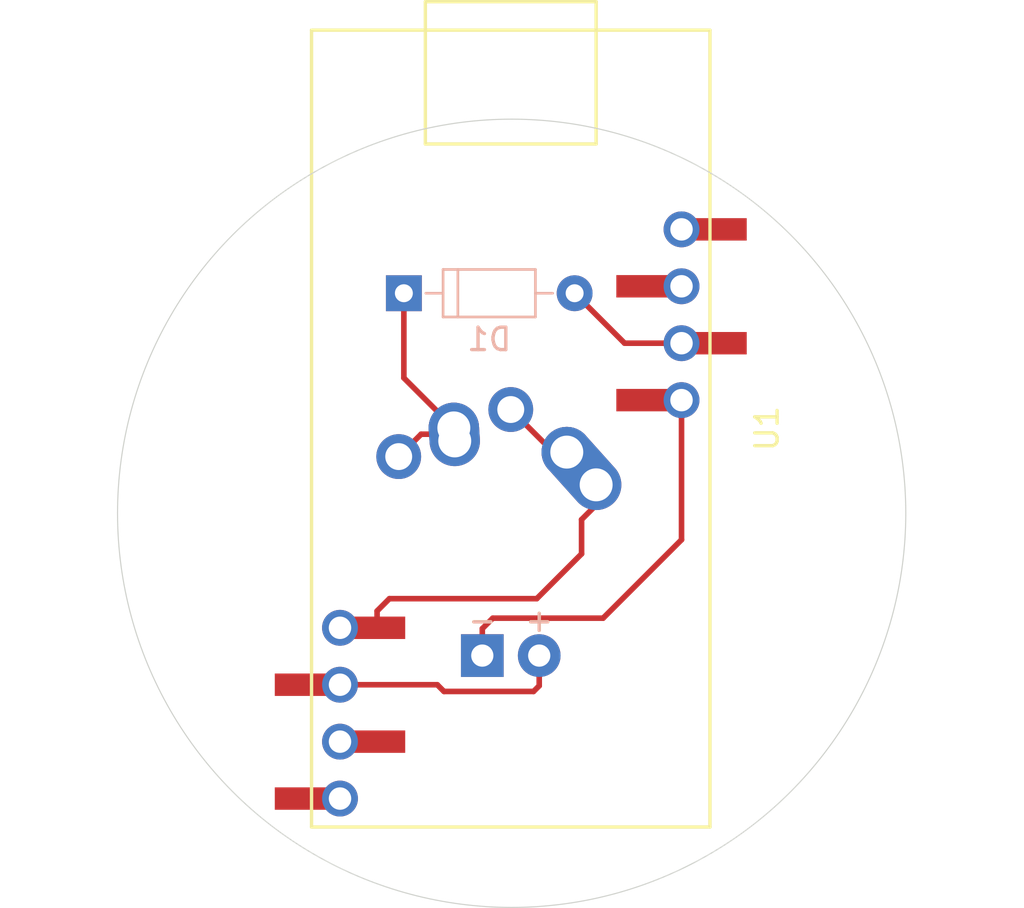
<source format=kicad_pcb>
(kicad_pcb (version 20221018) (generator pcbnew)
  (layers (0 "F.Cu" signal) (31 "B.Cu" signal) (34 "B.Paste" user) (35 "F.Paste" user) (36 "B.SilkS" user "B.Silkscreen") (37 "F.SilkS" user "F.Silkscreen") (38 "B.Mask" user) (39 "F.Mask" user) (44 "Edge.Cuts" user))
  (net 0 "")
  (net 1 "Net-(D1-Pad2)")
  (net 2 "Net-(D1-Pad1)")
  (net 3 "Net-(SW1-Pad1)")
  (net 4 "Net-(SW1-Pad3)")
  (net 5 "Net-(SW1-Pad4)")
  (net 6 "Net-(U1-Pad29)")
  (net 7 "Net-(U1-Pad30)")
  (net 8 "Net-(U1-Pad14)")
  (net 9 "Net-(U1-Pad13)")
  (footprint "chillpizza:Teensy30_31_32_LC_smt_combi" (layer "F.Cu") (at 142.81 73.55 -90)
    (fp_text reference "U1" (at 0 -11.43 90) (layer "F.SilkS"))
    (fp_text value "Teensy3.2")
    (fp_line (start -19.05 -3.81) (end -17.78 -3.81) (stroke (width 0.15)) (layer "F.SilkS"))
    (fp_line (start -19.05 3.81) (end -19.05 -3.81) (stroke (width 0.15)) (layer "F.SilkS"))
    (fp_line (start -17.78 -8.89) (end 17.78 -8.89) (stroke (width 0.15)) (layer "F.SilkS"))
    (fp_line (start -17.78 3.81) (end -19.05 3.81) (stroke (width 0.15)) (layer "F.SilkS"))
    (fp_line (start -17.78 8.89) (end -17.78 -8.89) (stroke (width 0.15)) (layer "F.SilkS"))
    (fp_line (start -12.7 -3.81) (end -17.78 -3.81) (stroke (width 0.15)) (layer "F.SilkS"))
    (fp_line (start -12.7 3.81) (end -17.78 3.81) (stroke (width 0.15)) (layer "F.SilkS"))
    (fp_line (start -12.7 3.81) (end -12.7 -3.81) (stroke (width 0.15)) (layer "F.SilkS"))
    (fp_line (start 17.78 -8.89) (end 17.78 8.89) (stroke (width 0.15)) (layer "F.SilkS"))
    (fp_line (start 17.78 8.89) (end -17.78 8.89) (stroke (width 0.15)) (layer "F.SilkS"))
    (pad "11" smd rect (at 8.89 5.965 270) (size 1 2.51) (layers "F.Cu" "F.Paste" "F.Mask") (net 3 "Net-(SW1-Pad1)"))
    (pad "11" thru_hole circle (at 8.89 7.62 270) (size 1.6 1.6) (drill 1) (layers "*.Cu" "*.Mask") (net 3 "Net-(SW1-Pad1)"))
    (pad "12" thru_hole circle (at 11.43 7.62 270) (size 1.6 1.6) (drill 1) (layers "*.Cu" "*.Mask") (net 4 "Net-(SW1-Pad3)"))
    (pad "12" smd rect (at 11.43 9.275 270) (size 1 2.51) (layers "F.Cu" "F.Paste" "F.Mask") (net 4 "Net-(SW1-Pad3)"))
    (pad "13" smd rect (at 13.97 5.965 270) (size 1 2.51) (layers "F.Cu" "F.Paste" "F.Mask") (net 9 "Net-(U1-Pad13)"))
    (pad "13" thru_hole circle (at 13.97 7.62 270) (size 1.6 1.6) (drill 1) (layers "*.Cu" "*.Mask") (net 9 "Net-(U1-Pad13)"))
    (pad "14" thru_hole circle (at 16.51 7.62 270) (size 1.6 1.6) (drill 1) (layers "*.Cu" "*.Mask") (net 8 "Net-(U1-Pad14)"))
    (pad "14" smd rect (at 16.51 9.275 270) (size 1 2.51) (layers "F.Cu" "F.Paste" "F.Mask") (net 8 "Net-(U1-Pad14)"))
    (pad "27" thru_hole circle (at -1.27 -7.62 270) (size 1.6 1.6) (drill 1) (layers "*.Cu" "*.Mask") (net 5 "Net-(SW1-Pad4)"))
    (pad "27" smd rect (at -1.27 -5.965 270) (size 1 2.51) (layers "F.Cu" "F.Paste" "F.Mask") (net 5 "Net-(SW1-Pad4)"))
    (pad "28" smd rect (at -3.81 -9.275 270) (size 1 2.51) (layers "F.Cu" "F.Paste" "F.Mask") (net 1 "Net-(D1-Pad2)"))
    (pad "28" thru_hole circle (at -3.81 -7.62 270) (size 1.6 1.6) (drill 1) (layers "*.Cu" "*.Mask") (net 1 "Net-(D1-Pad2)"))
    (pad "29" thru_hole circle (at -6.35 -7.62 270) (size 1.6 1.6) (drill 1) (layers "*.Cu" "*.Mask") (net 6 "Net-(U1-Pad29)"))
    (pad "29" smd rect (at -6.35 -5.965 270) (size 1 2.51) (layers "F.Cu" "F.Paste" "F.Mask") (net 6 "Net-(U1-Pad29)"))
    (pad "30" smd rect (at -8.89 -9.275 270) (size 1 2.51) (layers "F.Cu" "F.Paste" "F.Mask") (net 7 "Net-(U1-Pad30)"))
    (pad "30" thru_hole circle (at -8.89 -7.62 270) (size 1.6 1.6) (drill 1) (layers "*.Cu" "*.Mask") (net 7 "Net-(U1-Pad30)"))
  )
  (footprint "Mounting_Holes:MountingHole_2.2mm_M2" (layer "F.Cu") (at 129.5 70.5)
    (fp_text reference "REF**" hide)
    (fp_text value "MountingHole_2.2mm_M2")
    (pad "" np_thru_hole circle (at 0 0) (size 2.2 2.2) (drill 2.2) (layers "*.Cu" "*.Mask"))
  )
  (footprint "Mounting_Holes:MountingHole_2.2mm_M2" (layer "F.Cu") (at 129.5 84)
    (fp_text reference "REF**" hide)
    (fp_text value "MountingHole_2.2mm_M2")
    (pad "" np_thru_hole circle (at 0 0) (size 2.2 2.2) (drill 2.2) (layers "*.Cu" "*.Mask"))
  )
  (footprint "Mounting_Holes:MountingHole_2.2mm_M2" (layer "F.Cu") (at 156.25 84)
    (fp_text reference "REF**" hide)
    (fp_text value "MountingHole_2.2mm_M2")
    (pad "" np_thru_hole circle (at 0 0) (size 2.2 2.2) (drill 2.2) (layers "*.Cu" "*.Mask"))
  )
  (footprint "Mounting_Holes:MountingHole_2.2mm_M2" (layer "F.Cu") (at 156.25 70.5)
    (fp_text reference "REF**" hide)
    (fp_text value "MountingHole_2.2mm_M2")
    (pad "" np_thru_hole circle (at 0 0) (size 2.2 2.2) (drill 2.2) (layers "*.Cu" "*.Mask"))
  )
  (footprint "Diodes_THT:D_DO-35_SOD27_P7.62mm_Horizontal" (layer "B.Cu") (at 138.04 67.51)
    (fp_text reference "D1" (at 3.81 2.06) (layer "B.SilkS") (effects (justify mirror)))
    (fp_text value "D")
    (fp_line (start 0.98 0) (end 1.75 0) (stroke (width 0.12)) (layer "B.SilkS"))
    (fp_line (start 1.75 -1.06) (end 5.87 -1.06) (stroke (width 0.12)) (layer "B.SilkS"))
    (fp_line (start 1.75 1.06) (end 1.75 -1.06) (stroke (width 0.12)) (layer "B.SilkS"))
    (fp_line (start 2.41 1.06) (end 2.41 -1.06) (stroke (width 0.12)) (layer "B.SilkS"))
    (fp_line (start 5.87 -1.06) (end 5.87 1.06) (stroke (width 0.12)) (layer "B.SilkS"))
    (fp_line (start 5.87 1.06) (end 1.75 1.06) (stroke (width 0.12)) (layer "B.SilkS"))
    (fp_line (start 6.64 0) (end 5.87 0) (stroke (width 0.12)) (layer "B.SilkS"))
    (pad "1" thru_hole rect (at 0 0) (size 1.6 1.6) (drill 0.8) (layers "*.Cu" "*.Mask") (net 2 "Net-(D1-Pad1)"))
    (pad "2" thru_hole oval (at 7.62 0) (size 1.6 1.6) (drill 0.8) (layers "*.Cu" "*.Mask") (net 1 "Net-(D1-Pad2)"))
  )
  (footprint "keebio:MX-Alps-Choc-1U" (layer "B.Cu") (at 142.81 78.6 180)
    (fp_text reference "SW1")
    (fp_text value "MX-with-LED")
    (fp_text user "+" (at -1.27 -3.5) (layer "B.SilkS") (effects (justify mirror)))
    (fp_text user "-" (at 1.27 -3.5) (layer "B.SilkS") (effects (justify mirror)))
    (fp_text user "-" (at 1.27 -3.5) (layer "F.SilkS"))
    (fp_text user "+" (at -1.27 -3.5) (layer "F.SilkS"))
    (pad "" np_thru_hole circle (at -5.5 0 131.9) (size 1.7 1.7) (drill 1.7) (layers "*.Cu" "*.Mask"))
    (pad "" np_thru_hole circle (at -5.22 -4.2 131.9) (size 0.8 0.8) (drill 0.8) (layers "*.Cu" "*.Mask"))
    (pad "" np_thru_hole circle (at -5.08 0 131.9004) (size 1.75 1.75) (drill 1.75) (layers "*.Cu" "*.Mask"))
    (pad "" np_thru_hole circle (at 0 0 180) (size 3.9878 3.9878) (drill 3.9878) (layers "*.Cu" "*.Mask"))
    (pad "" np_thru_hole circle (at 5.08 0 131.9004) (size 1.75 1.75) (drill 1.75) (layers "*.Cu" "*.Mask"))
    (pad "" np_thru_hole circle (at 5.5 0 131.9) (size 1.7 1.7) (drill 1.7) (layers "*.Cu" "*.Mask"))
    (pad "1" thru_hole oval (at -3.81 2.54 131.9) (size 4.211556 2.25) (drill 1.47 (offset 0.980778 0)) (layers "*.Cu" "*.Mask") (net 3 "Net-(SW1-Pad1)"))
    (pad "1" thru_hole circle (at -2.5 4 180) (size 2.25 2.25) (drill 1.47) (layers "*.Cu" "*.Mask") (net 3 "Net-(SW1-Pad1)"))
    (pad "1" thru_hole circle (at 0 5.9 180) (size 2 2) (drill 1.2) (layers "*.Cu" "*.Mask") (net 3 "Net-(SW1-Pad1)"))
    (pad "2" thru_hole oval (at 2.5 4.5 93.9) (size 2.831378 2.25) (drill 1.47 (offset 0.290689 0)) (layers "*.Cu" "*.Mask") (net 2 "Net-(D1-Pad1)"))
    (pad "2" thru_hole circle (at 2.54 5.08 180) (size 2.25 2.25) (drill 1.47) (layers "*.Cu" "*.Mask") (net 2 "Net-(D1-Pad1)"))
    (pad "2" thru_hole circle (at 5 3.8 180) (size 2 2) (drill 1.2) (layers "*.Cu" "*.Mask") (net 2 "Net-(D1-Pad1)"))
    (pad "3" thru_hole circle (at -1.27 -5.08 180) (size 1.905 1.905) (drill 0.9906) (layers "*.Cu" "*.Mask") (net 4 "Net-(SW1-Pad3)"))
    (pad "4" thru_hole rect (at 1.27 -5.08 180) (size 1.905 1.905) (drill 0.9906) (layers "*.Cu" "*.Mask") (net 5 "Net-(SW1-Pad4)"))
  )
  (gr_circle (center 142.85 77.33) (end 158.98 70.32) (stroke (width 0.05)) (fill none) (layer "Edge.Cuts"))
  (segment (start 150.43 69.74) (end 147.89 69.74) (width 0.25) (layer "F.Cu") (net 1))
  (segment (start 147.89 69.74) (end 145.66 67.51) (width 0.25) (layer "F.Cu") (net 1))
  (segment (start 137.81 74.8) (end 138.809999 73.800001) (width 0.25) (layer "F.Cu") (net 2))
  (segment (start 138.809999 73.800001) (end 139.989999 73.800001) (width 0.25) (layer "F.Cu") (net 2))
  (segment (start 138.04 67.51) (end 138.04 71.29) (width 0.25) (layer "F.Cu") (net 2))
  (segment (start 138.04 71.29) (end 140.27 73.52) (width 0.25) (layer "F.Cu") (net 2))
  (segment (start 139.989999 73.800001) (end 140.27 73.52) (width 0.25) (layer "F.Cu") (net 2))
  (segment (start 136.845 81.69) (end 136.845 82.44) (width 0.25) (layer "F.Cu") (net 3))
  (segment (start 146.62 76.96) (end 145.97 77.61) (width 0.25) (layer "F.Cu") (net 3))
  (segment (start 146.62 76.06) (end 146.62 76.96) (width 0.25) (layer "F.Cu") (net 3))
  (segment (start 145.97 79.14) (end 143.97 81.14) (width 0.25) (layer "F.Cu") (net 3))
  (segment (start 146.62 76.06) (end 146.17 76.06) (width 0.25) (layer "F.Cu") (net 3))
  (segment (start 137.395 81.14) (end 136.845 81.69) (width 0.25) (layer "F.Cu") (net 3))
  (segment (start 146.17 76.06) (end 142.81 72.7) (width 0.25) (layer "F.Cu") (net 3))
  (segment (start 143.97 81.14) (end 137.395 81.14) (width 0.25) (layer "F.Cu") (net 3))
  (segment (start 145.97 77.61) (end 145.97 79.14) (width 0.25) (layer "F.Cu") (net 3))
  (segment (start 143.827038 85.28) (end 139.83 85.28) (width 0.25) (layer "F.Cu") (net 4))
  (segment (start 139.83 85.28) (end 139.53 84.98) (width 0.25) (layer "F.Cu") (net 4))
  (segment (start 144.08 85.027038) (end 143.827038 85.28) (width 0.25) (layer "F.Cu") (net 4))
  (segment (start 139.53 84.98) (end 135.19 84.98) (width 0.25) (layer "F.Cu") (net 4))
  (segment (start 144.08 83.68) (end 144.08 85.027038) (width 0.25) (layer "F.Cu") (net 4))
  (segment (start 150.43 72.28) (end 150.43 78.51) (width 0.25) (layer "F.Cu") (net 5))
  (segment (start 141.54 82.4775) (end 141.54 83.68) (width 0.25) (layer "F.Cu") (net 5))
  (segment (start 142.0075 82.01) (end 141.54 82.4775) (width 0.25) (layer "F.Cu") (net 5))
  (segment (start 146.93 82.01) (end 142.0075 82.01) (width 0.25) (layer "F.Cu") (net 5))
  (segment (start 150.43 78.51) (end 146.93 82.01) (width 0.25) (layer "F.Cu") (net 5))
)
</source>
